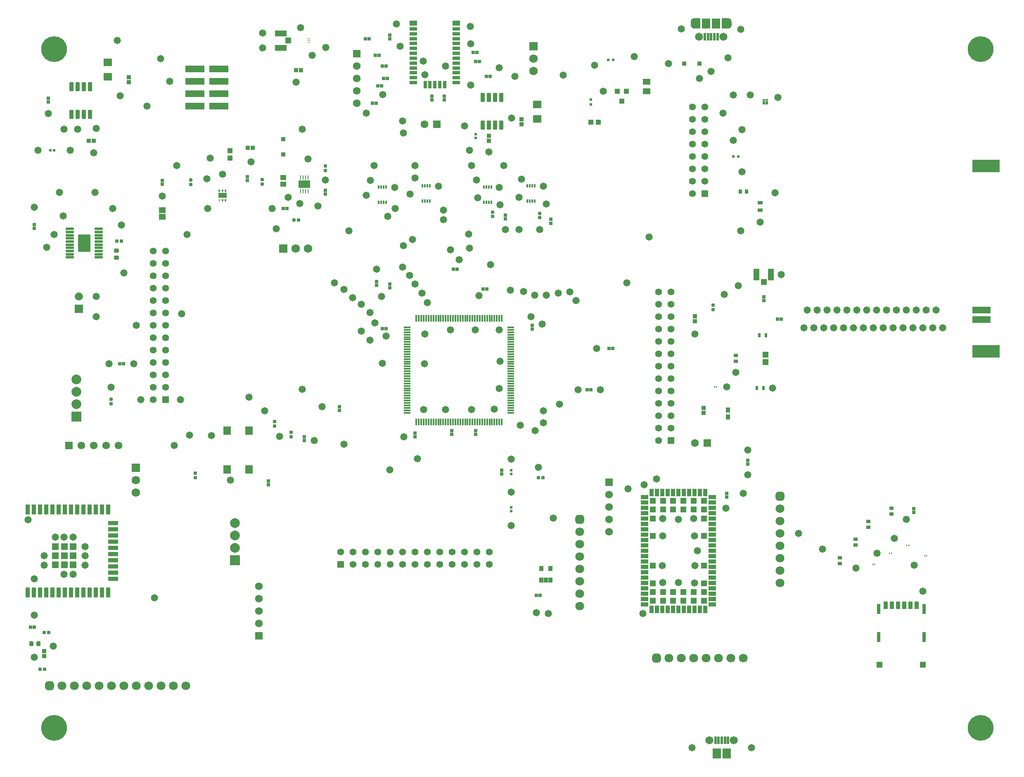
<source format=gbr>
G04*
G04 #@! TF.GenerationSoftware,Altium Limited,Altium Designer,23.9.2 (47)*
G04*
G04 Layer_Color=8388736*
%FSLAX44Y44*%
%MOMM*%
G71*
G04*
G04 #@! TF.SameCoordinates,8F5B2CAB-9582-47EE-AD33-95BA57DA0C1B*
G04*
G04*
G04 #@! TF.FilePolarity,Negative*
G04*
G01*
G75*
%ADD36R,1.5082X1.3061*%
%ADD37R,0.5000X0.6000*%
%ADD38R,1.0000X0.7500*%
%ADD39R,0.7581X0.8121*%
%ADD49R,0.9000X0.7500*%
%ADD53R,0.6000X0.5500*%
%ADD58R,0.9000X0.9500*%
%ADD64R,0.5153X0.4725*%
%ADD65R,0.4725X0.5153*%
%ADD67R,0.6250X0.8500*%
%ADD70R,3.7000X1.4000*%
%ADD71R,5.6000X2.6000*%
%ADD72R,0.9682X1.0065*%
%ADD73R,1.3562X1.1544*%
%ADD74R,0.2925X0.5561*%
G04:AMPARAMS|DCode=75|XSize=0.5561mm|YSize=0.2925mm|CornerRadius=0.1462mm|HoleSize=0mm|Usage=FLASHONLY|Rotation=90.000|XOffset=0mm|YOffset=0mm|HoleType=Round|Shape=RoundedRectangle|*
%AMROUNDEDRECTD75*
21,1,0.5561,0.0000,0,0,90.0*
21,1,0.2636,0.2925,0,0,90.0*
1,1,0.2925,0.0000,0.1318*
1,1,0.2925,0.0000,-0.1318*
1,1,0.2925,0.0000,-0.1318*
1,1,0.2925,0.0000,0.1318*
%
%ADD75ROUNDEDRECTD75*%
%ADD77R,0.3500X1.3500*%
%ADD79R,0.9000X2.0000*%
%ADD80R,2.0000X0.9000*%
%ADD81R,1.3300X1.3300*%
%ADD82R,0.9500X0.9000*%
%ADD85R,1.5000X0.7000*%
%ADD86R,1.5000X1.0000*%
%ADD87R,0.7000X1.5000*%
%ADD90R,1.3500X0.3500*%
%ADD91R,0.2425X0.8810*%
G04:AMPARAMS|DCode=92|XSize=0.881mm|YSize=0.2425mm|CornerRadius=0.1212mm|HoleSize=0mm|Usage=FLASHONLY|Rotation=90.000|XOffset=0mm|YOffset=0mm|HoleType=Round|Shape=RoundedRectangle|*
%AMROUNDEDRECTD92*
21,1,0.8810,0.0000,0,0,90.0*
21,1,0.6385,0.2425,0,0,90.0*
1,1,0.2425,0.0000,0.3193*
1,1,0.2425,0.0000,-0.3193*
1,1,0.2425,0.0000,-0.3193*
1,1,0.2425,0.0000,0.3193*
%
%ADD92ROUNDEDRECTD92*%
%ADD93R,1.2001X1.2000*%
%ADD94R,1.2000X1.2000*%
%ADD95R,1.2000X1.2001*%
%ADD96R,1.2001X1.2001*%
%ADD97R,0.9000X1.6250*%
%ADD98R,0.9000X1.6250*%
%ADD99R,1.6250X0.9000*%
%ADD100R,1.6250X0.9000*%
%ADD101C,0.7032*%
%ADD102R,0.7432X0.7832*%
%ADD103R,0.7532X0.7532*%
G04:AMPARAMS|DCode=104|XSize=2.6032mm|YSize=3.5832mm|CornerRadius=0.1496mm|HoleSize=0mm|Usage=FLASHONLY|Rotation=0.000|XOffset=0mm|YOffset=0mm|HoleType=Round|Shape=RoundedRectangle|*
%AMROUNDEDRECTD104*
21,1,2.6032,3.2840,0,0,0.0*
21,1,2.3040,3.5832,0,0,0.0*
1,1,0.2992,1.1520,-1.6420*
1,1,0.2992,-1.1520,-1.6420*
1,1,0.2992,-1.1520,1.6420*
1,1,0.2992,1.1520,1.6420*
%
%ADD104ROUNDEDRECTD104*%
G04:AMPARAMS|DCode=105|XSize=0.5532mm|YSize=1.6532mm|CornerRadius=0.1524mm|HoleSize=0mm|Usage=FLASHONLY|Rotation=90.000|XOffset=0mm|YOffset=0mm|HoleType=Round|Shape=RoundedRectangle|*
%AMROUNDEDRECTD105*
21,1,0.5532,1.3485,0,0,90.0*
21,1,0.2485,1.6532,0,0,90.0*
1,1,0.3047,0.6743,0.1243*
1,1,0.3047,0.6743,-0.1243*
1,1,0.3047,-0.6743,-0.1243*
1,1,0.3047,-0.6743,0.1243*
%
%ADD105ROUNDEDRECTD105*%
%ADD106R,1.2332X1.2032*%
%ADD107R,0.6832X2.0032*%
%ADD108R,0.8532X1.5032*%
%ADD109R,1.8032X1.6032*%
%ADD110R,1.5032X1.7532*%
%ADD111R,0.6032X1.5532*%
%ADD112R,1.7032X2.1032*%
%ADD113R,0.2400X0.3200*%
%ADD114R,0.6232X0.4232*%
%ADD115R,0.8532X1.1032*%
%ADD116R,0.7832X0.7432*%
%ADD117R,0.7032X0.6532*%
%ADD118R,0.6532X0.7032*%
G04:AMPARAMS|DCode=119|XSize=0.9632mm|YSize=0.8636mm|CornerRadius=0.1842mm|HoleSize=0mm|Usage=FLASHONLY|Rotation=0.000|XOffset=0mm|YOffset=0mm|HoleType=Round|Shape=RoundedRectangle|*
%AMROUNDEDRECTD119*
21,1,0.9632,0.4953,0,0,0.0*
21,1,0.5949,0.8636,0,0,0.0*
1,1,0.3683,0.2975,-0.2477*
1,1,0.3683,-0.2975,-0.2477*
1,1,0.3683,-0.2975,0.2477*
1,1,0.3683,0.2975,0.2477*
%
%ADD119ROUNDEDRECTD119*%
%ADD120R,3.8832X1.4732*%
%ADD121R,1.0032X1.1032*%
%ADD122R,1.0032X1.0032*%
%ADD123R,0.8532X0.8532*%
G04:AMPARAMS|DCode=124|XSize=0.7532mm|YSize=0.7032mm|CornerRadius=0.1641mm|HoleSize=0mm|Usage=FLASHONLY|Rotation=0.000|XOffset=0mm|YOffset=0mm|HoleType=Round|Shape=RoundedRectangle|*
%AMROUNDEDRECTD124*
21,1,0.7532,0.3750,0,0,0.0*
21,1,0.4250,0.7032,0,0,0.0*
1,1,0.3282,0.2125,-0.1875*
1,1,0.3282,-0.2125,-0.1875*
1,1,0.3282,-0.2125,0.1875*
1,1,0.3282,0.2125,0.1875*
%
%ADD124ROUNDEDRECTD124*%
%ADD125R,0.8532X0.8532*%
G04:AMPARAMS|DCode=126|XSize=0.7532mm|YSize=0.7032mm|CornerRadius=0.1641mm|HoleSize=0mm|Usage=FLASHONLY|Rotation=270.000|XOffset=0mm|YOffset=0mm|HoleType=Round|Shape=RoundedRectangle|*
%AMROUNDEDRECTD126*
21,1,0.7532,0.3750,0,0,270.0*
21,1,0.4250,0.7032,0,0,270.0*
1,1,0.3282,-0.1875,-0.2125*
1,1,0.3282,-0.1875,0.2125*
1,1,0.3282,0.1875,0.2125*
1,1,0.3282,0.1875,-0.2125*
%
%ADD126ROUNDEDRECTD126*%
G04:AMPARAMS|DCode=127|XSize=0.9632mm|YSize=0.8636mm|CornerRadius=0.1842mm|HoleSize=0mm|Usage=FLASHONLY|Rotation=90.000|XOffset=0mm|YOffset=0mm|HoleType=Round|Shape=RoundedRectangle|*
%AMROUNDEDRECTD127*
21,1,0.9632,0.4953,0,0,90.0*
21,1,0.5949,0.8636,0,0,90.0*
1,1,0.3683,0.2477,0.2975*
1,1,0.3683,0.2477,-0.2975*
1,1,0.3683,-0.2477,-0.2975*
1,1,0.3683,-0.2477,0.2975*
%
%ADD127ROUNDEDRECTD127*%
G04:AMPARAMS|DCode=128|XSize=0.8532mm|YSize=1.8532mm|CornerRadius=0.1504mm|HoleSize=0mm|Usage=FLASHONLY|Rotation=180.000|XOffset=0mm|YOffset=0mm|HoleType=Round|Shape=RoundedRectangle|*
%AMROUNDEDRECTD128*
21,1,0.8532,1.5525,0,0,180.0*
21,1,0.5525,1.8532,0,0,180.0*
1,1,0.3007,-0.2763,0.7763*
1,1,0.3007,0.2763,0.7763*
1,1,0.3007,0.2763,-0.7763*
1,1,0.3007,-0.2763,-0.7763*
%
%ADD128ROUNDEDRECTD128*%
%ADD129R,0.2500X0.2500*%
%ADD130R,1.2532X2.4032*%
%ADD131R,1.2032X1.2532*%
%ADD132R,1.7000X1.1000*%
%ADD133R,1.0032X1.0032*%
%ADD134R,0.7532X0.7032*%
%ADD135R,0.3000X0.8000*%
%ADD136R,2.4032X1.2532*%
%ADD137R,1.2532X1.2032*%
%ADD138R,0.7032X0.7532*%
%ADD139R,1.1532X1.0032*%
%ADD140R,2.4800X1.6500*%
%ADD141C,1.5700*%
%ADD142R,1.5700X1.5700*%
%ADD143R,1.5700X1.5700*%
%ADD144C,1.6532*%
%ADD145C,1.8032*%
G04:AMPARAMS|DCode=146|XSize=1.8032mm|YSize=1.8032mm|CornerRadius=0.5016mm|HoleSize=0mm|Usage=FLASHONLY|Rotation=0.000|XOffset=0mm|YOffset=0mm|HoleType=Round|Shape=RoundedRectangle|*
%AMROUNDEDRECTD146*
21,1,1.8032,0.8000,0,0,0.0*
21,1,0.8000,1.8032,0,0,0.0*
1,1,1.0032,0.4000,-0.4000*
1,1,1.0032,-0.4000,-0.4000*
1,1,1.0032,-0.4000,0.4000*
1,1,1.0032,0.4000,0.4000*
%
%ADD146ROUNDEDRECTD146*%
G04:AMPARAMS|DCode=147|XSize=1.8032mm|YSize=1.8032mm|CornerRadius=0.5016mm|HoleSize=0mm|Usage=FLASHONLY|Rotation=270.000|XOffset=0mm|YOffset=0mm|HoleType=Round|Shape=RoundedRectangle|*
%AMROUNDEDRECTD147*
21,1,1.8032,0.8000,0,0,270.0*
21,1,0.8000,1.8032,0,0,270.0*
1,1,1.0032,-0.4000,-0.4000*
1,1,1.0032,-0.4000,0.4000*
1,1,1.0032,0.4000,0.4000*
1,1,1.0032,0.4000,-0.4000*
%
%ADD147ROUNDEDRECTD147*%
%ADD148C,5.2832*%
%ADD149C,1.6700*%
%ADD150R,1.6700X1.6700*%
%ADD151R,1.6032X1.6032*%
%ADD152C,1.6032*%
%ADD153R,1.3900X1.3900*%
%ADD154R,1.3890X1.3890*%
%ADD155C,1.3890*%
%ADD156R,1.3900X1.3900*%
%ADD157R,2.0032X2.0032*%
%ADD158C,2.0032*%
%ADD159R,1.7532X1.7532*%
%ADD160C,1.7532*%
%ADD161R,1.7532X1.7532*%
%ADD162C,1.4732*%
%ADD163C,0.7032*%
%ADD164C,1.3900*%
G36*
X2025643Y1775340D02*
X2025773Y1775314D01*
X2025900Y1775271D01*
X2026019Y1775212D01*
X2026130Y1775138D01*
X2026230Y1775050D01*
X2026318Y1774950D01*
X2026392Y1774839D01*
X2026451Y1774720D01*
X2026494Y1774594D01*
X2026519Y1774463D01*
X2026528Y1774330D01*
Y1755330D01*
X2026519Y1755197D01*
X2026494Y1755067D01*
X2026451Y1754940D01*
X2026392Y1754821D01*
X2026318Y1754710D01*
X2026230Y1754610D01*
X2026130Y1754522D01*
X2026019Y1754448D01*
X2025900Y1754389D01*
X2025773Y1754346D01*
X2025643Y1754321D01*
X2025510Y1754312D01*
X2012510D01*
X2012377Y1754321D01*
X2012246Y1754346D01*
X2012120Y1754389D01*
X2012001Y1754448D01*
X2011890Y1754522D01*
X2011790Y1754610D01*
X2011702Y1754710D01*
X2011628Y1754821D01*
X2011569Y1754940D01*
X2011526Y1755067D01*
X2011501Y1755197D01*
X2011492Y1755330D01*
Y1759312D01*
X2007510D01*
X2007377Y1759320D01*
X2007247Y1759346D01*
X2007121Y1759389D01*
X2007062Y1759418D01*
X2007001Y1759448D01*
X2006890Y1759522D01*
X2006790Y1759610D01*
Y1759610D01*
X2006790D01*
X2006702Y1759710D01*
X2006628Y1759821D01*
X2006599Y1759881D01*
X2006570Y1759940D01*
X2006527Y1760066D01*
X2006501Y1760197D01*
X2006492Y1760330D01*
X2006492Y1769330D01*
D01*
Y1769330D01*
X2006501Y1769463D01*
X2006526Y1769594D01*
X2006569Y1769720D01*
X2006598Y1769778D01*
X2006628Y1769839D01*
X2006702Y1769950D01*
X2006790Y1770050D01*
X2006790D01*
Y1770050D01*
X2006890Y1770138D01*
X2007001Y1770212D01*
X2007061Y1770242D01*
X2007120Y1770271D01*
X2007246Y1770314D01*
X2007377Y1770340D01*
X2007510Y1770348D01*
D01*
X2007510D01*
X2011492D01*
Y1774330D01*
X2011501Y1774463D01*
X2011526Y1774594D01*
X2011569Y1774720D01*
X2011628Y1774839D01*
X2011702Y1774950D01*
X2011790Y1775050D01*
X2011890Y1775138D01*
X2012001Y1775212D01*
X2012120Y1775271D01*
X2012246Y1775314D01*
X2012377Y1775340D01*
X2012510Y1775348D01*
X2025510D01*
X2025643Y1775340D01*
D02*
G37*
G36*
X2084643D02*
X2084774Y1775314D01*
X2084900Y1775271D01*
X2085019Y1775212D01*
X2085130Y1775138D01*
X2085230Y1775050D01*
X2085318Y1774950D01*
X2085392Y1774839D01*
X2085451Y1774720D01*
X2085493Y1774594D01*
X2085520Y1774463D01*
X2085528Y1774330D01*
Y1770349D01*
X2089510D01*
X2089643Y1770340D01*
X2089773Y1770314D01*
X2089899Y1770271D01*
X2089958Y1770242D01*
X2090019Y1770212D01*
X2090130Y1770138D01*
X2090230Y1770050D01*
Y1770050D01*
X2090230D01*
X2090318Y1769950D01*
X2090392Y1769839D01*
X2090421Y1769779D01*
X2090450Y1769720D01*
X2090493Y1769594D01*
X2090519Y1769463D01*
X2090528Y1769330D01*
X2090528Y1760330D01*
D01*
Y1760330D01*
X2090520Y1760197D01*
X2090493Y1760067D01*
X2090451Y1759940D01*
X2090422Y1759881D01*
X2090392Y1759821D01*
X2090318Y1759710D01*
X2090230Y1759610D01*
X2090230D01*
Y1759610D01*
X2090130Y1759522D01*
X2090019Y1759448D01*
X2089959Y1759418D01*
X2089900Y1759389D01*
X2089774Y1759346D01*
X2089643Y1759321D01*
X2089510Y1759312D01*
D01*
X2089510D01*
X2085528D01*
Y1755330D01*
X2085520Y1755197D01*
X2085493Y1755067D01*
X2085451Y1754940D01*
X2085392Y1754821D01*
X2085318Y1754710D01*
X2085230Y1754610D01*
X2085130Y1754522D01*
X2085019Y1754448D01*
X2084900Y1754389D01*
X2084774Y1754346D01*
X2084643Y1754321D01*
X2084510Y1754312D01*
X2071510D01*
X2071377Y1754321D01*
X2071246Y1754346D01*
X2071120Y1754389D01*
X2071001Y1754448D01*
X2070890Y1754522D01*
X2070790Y1754610D01*
X2070702Y1754710D01*
X2070628Y1754821D01*
X2070569Y1754940D01*
X2070526Y1755067D01*
X2070500Y1755197D01*
X2070492Y1755330D01*
Y1774330D01*
X2070500Y1774463D01*
X2070526Y1774594D01*
X2070569Y1774720D01*
X2070628Y1774839D01*
X2070702Y1774950D01*
X2070790Y1775050D01*
X2070890Y1775138D01*
X2071001Y1775212D01*
X2071120Y1775271D01*
X2071246Y1775314D01*
X2071377Y1775340D01*
X2071510Y1775348D01*
X2084510D01*
X2084643Y1775340D01*
D02*
G37*
D36*
X1916430Y1625999D02*
D03*
Y1645521D02*
D03*
D37*
X2104310Y1492250D02*
D03*
X2094310D02*
D03*
X1837770Y1690370D02*
D03*
X1847770D02*
D03*
D38*
X2148840Y1382000D02*
D03*
Y1397000D02*
D03*
D39*
X2108280Y1419860D02*
D03*
X2120820D02*
D03*
D49*
X2344420Y707040D02*
D03*
Y695040D02*
D03*
X2418080Y770540D02*
D03*
Y758540D02*
D03*
X2312670Y668940D02*
D03*
Y656940D02*
D03*
X2371090Y743870D02*
D03*
Y731870D02*
D03*
X2099310Y1084230D02*
D03*
Y1072230D02*
D03*
D53*
X1802130Y1598760D02*
D03*
Y1609260D02*
D03*
D58*
X1993390Y1682750D02*
D03*
X2024890D02*
D03*
D64*
X693444Y1504950D02*
D03*
X701016D02*
D03*
D65*
X1565910Y1537946D02*
D03*
Y1530374D02*
D03*
X1638300Y764564D02*
D03*
Y772136D02*
D03*
Y848336D02*
D03*
Y840764D02*
D03*
D67*
X2147295Y1125220D02*
D03*
X2160545D02*
D03*
X2155465Y1017270D02*
D03*
X2142215D02*
D03*
D70*
X2602890Y1157200D02*
D03*
Y1177200D02*
D03*
D71*
X2612390Y1092200D02*
D03*
Y1472200D02*
D03*
D72*
X2082800Y972459D02*
D03*
Y957941D02*
D03*
D73*
X923290Y1368651D02*
D03*
Y1382169D02*
D03*
D74*
X1039980Y1402460D02*
D03*
D75*
X1046480D02*
D03*
X1052980D02*
D03*
Y1422021D02*
D03*
X1046480D02*
D03*
X1039980D02*
D03*
D77*
X1589120Y1160350D02*
D03*
X1444120D02*
D03*
X1449120D02*
D03*
X1454120D02*
D03*
X1459120D02*
D03*
X1464120D02*
D03*
X1469120D02*
D03*
X1474120D02*
D03*
X1479120D02*
D03*
X1484120D02*
D03*
X1489120D02*
D03*
X1494120D02*
D03*
X1499120D02*
D03*
X1504120D02*
D03*
X1509120D02*
D03*
X1514120D02*
D03*
X1519120D02*
D03*
X1524120D02*
D03*
X1529120D02*
D03*
X1534120D02*
D03*
X1539120D02*
D03*
X1544120D02*
D03*
X1549120D02*
D03*
X1554120D02*
D03*
X1559120D02*
D03*
X1564120D02*
D03*
X1569120D02*
D03*
X1574120D02*
D03*
X1579120D02*
D03*
X1584120D02*
D03*
X1594120D02*
D03*
X1599120D02*
D03*
X1604120D02*
D03*
X1609120D02*
D03*
X1614120D02*
D03*
X1619120D02*
D03*
Y947850D02*
D03*
X1614120D02*
D03*
X1609120D02*
D03*
X1604120D02*
D03*
X1599120D02*
D03*
X1594120D02*
D03*
X1589120D02*
D03*
X1584120D02*
D03*
X1579120D02*
D03*
X1574120D02*
D03*
X1569120D02*
D03*
X1564120D02*
D03*
X1559120D02*
D03*
X1554120D02*
D03*
X1549120D02*
D03*
X1544120D02*
D03*
X1539120D02*
D03*
X1534120D02*
D03*
X1529120D02*
D03*
X1524120D02*
D03*
X1519120D02*
D03*
X1514120D02*
D03*
X1509120D02*
D03*
X1504120D02*
D03*
X1499120D02*
D03*
X1494120D02*
D03*
X1489120D02*
D03*
X1484120D02*
D03*
X1479120D02*
D03*
X1474120D02*
D03*
X1469120D02*
D03*
X1464120D02*
D03*
X1459120D02*
D03*
X1454120D02*
D03*
X1449120D02*
D03*
X1444120D02*
D03*
D79*
X647170Y598260D02*
D03*
X659870D02*
D03*
X672570D02*
D03*
X685270D02*
D03*
X697970D02*
D03*
X710670D02*
D03*
X723370D02*
D03*
X736070D02*
D03*
X748770D02*
D03*
X761470D02*
D03*
X774170D02*
D03*
X786870D02*
D03*
X799570D02*
D03*
X812270D02*
D03*
Y768260D02*
D03*
X799570D02*
D03*
X786870D02*
D03*
X774170D02*
D03*
X761470D02*
D03*
X748770D02*
D03*
X736070D02*
D03*
X723370D02*
D03*
X710670D02*
D03*
X697970D02*
D03*
X685270D02*
D03*
X672570D02*
D03*
X659870D02*
D03*
X647170D02*
D03*
D80*
X822270Y626110D02*
D03*
Y638810D02*
D03*
Y651510D02*
D03*
Y664210D02*
D03*
Y676910D02*
D03*
Y689610D02*
D03*
Y702310D02*
D03*
Y715010D02*
D03*
Y727710D02*
D03*
Y740410D02*
D03*
D81*
X703820Y654910D02*
D03*
Y673260D02*
D03*
Y691610D02*
D03*
X722170Y654910D02*
D03*
Y673260D02*
D03*
Y691610D02*
D03*
X740520Y654910D02*
D03*
Y673260D02*
D03*
Y691610D02*
D03*
D82*
X1170940Y1496060D02*
D03*
Y1527560D02*
D03*
D85*
X1526090Y1643610D02*
D03*
Y1653610D02*
D03*
Y1663610D02*
D03*
Y1673610D02*
D03*
Y1683610D02*
D03*
Y1693610D02*
D03*
Y1703610D02*
D03*
Y1713610D02*
D03*
Y1723610D02*
D03*
Y1733610D02*
D03*
Y1743610D02*
D03*
Y1753610D02*
D03*
X1438090D02*
D03*
Y1743610D02*
D03*
Y1733610D02*
D03*
Y1723610D02*
D03*
Y1713610D02*
D03*
Y1703610D02*
D03*
Y1693610D02*
D03*
Y1683610D02*
D03*
Y1673610D02*
D03*
Y1663610D02*
D03*
Y1653610D02*
D03*
Y1643610D02*
D03*
D86*
X1526090Y1765110D02*
D03*
X1438090D02*
D03*
D87*
X1462090Y1639610D02*
D03*
X1472090D02*
D03*
X1482090D02*
D03*
X1492090D02*
D03*
X1502090D02*
D03*
D90*
X1637870Y1141600D02*
D03*
Y1136600D02*
D03*
Y1131600D02*
D03*
Y1126600D02*
D03*
Y1121600D02*
D03*
Y1116600D02*
D03*
Y1111600D02*
D03*
Y1106600D02*
D03*
Y1101600D02*
D03*
Y1096600D02*
D03*
Y1091600D02*
D03*
Y1086600D02*
D03*
Y1081600D02*
D03*
Y1076600D02*
D03*
Y1071600D02*
D03*
Y1066600D02*
D03*
Y1061600D02*
D03*
Y1056600D02*
D03*
Y1051600D02*
D03*
Y1046600D02*
D03*
Y1041600D02*
D03*
Y1036600D02*
D03*
Y1031600D02*
D03*
Y1026600D02*
D03*
Y1021600D02*
D03*
Y1016600D02*
D03*
Y1011600D02*
D03*
Y1006600D02*
D03*
Y1001600D02*
D03*
Y996600D02*
D03*
Y991600D02*
D03*
Y986600D02*
D03*
Y981600D02*
D03*
Y976600D02*
D03*
Y971600D02*
D03*
Y966600D02*
D03*
X1425370D02*
D03*
Y971600D02*
D03*
Y976600D02*
D03*
Y981600D02*
D03*
Y986600D02*
D03*
Y991600D02*
D03*
Y996600D02*
D03*
Y1001600D02*
D03*
Y1006600D02*
D03*
Y1011600D02*
D03*
Y1016600D02*
D03*
Y1021600D02*
D03*
Y1026600D02*
D03*
Y1031600D02*
D03*
Y1036600D02*
D03*
Y1041600D02*
D03*
Y1046600D02*
D03*
Y1051600D02*
D03*
Y1056600D02*
D03*
Y1061600D02*
D03*
Y1066600D02*
D03*
Y1071600D02*
D03*
Y1076600D02*
D03*
Y1081600D02*
D03*
Y1086600D02*
D03*
Y1091600D02*
D03*
Y1096600D02*
D03*
Y1101600D02*
D03*
Y1106600D02*
D03*
Y1111600D02*
D03*
Y1116600D02*
D03*
Y1121600D02*
D03*
Y1126600D02*
D03*
Y1131600D02*
D03*
Y1136600D02*
D03*
Y1141600D02*
D03*
D91*
X1206620Y1420945D02*
D03*
D92*
X1211620D02*
D03*
X1216620D02*
D03*
X1221620D02*
D03*
Y1449255D02*
D03*
X1216620D02*
D03*
X1211620D02*
D03*
X1206620D02*
D03*
D93*
X2033700Y749760D02*
D03*
Y713760D02*
D03*
Y652760D02*
D03*
Y785760D02*
D03*
Y767760D02*
D03*
Y598760D02*
D03*
Y580760D02*
D03*
D94*
X1928700Y749760D02*
D03*
Y713760D02*
D03*
Y652760D02*
D03*
X2012700Y785760D02*
D03*
X1991700D02*
D03*
X1970700D02*
D03*
X1949700D02*
D03*
X1928700D02*
D03*
X2012700Y767760D02*
D03*
X1991700D02*
D03*
X1970700D02*
D03*
X1949700D02*
D03*
X1928700D02*
D03*
X2012700Y598760D02*
D03*
X1991700D02*
D03*
X1970700D02*
D03*
X1949700D02*
D03*
X1928700D02*
D03*
X2012700Y580760D02*
D03*
X1991700D02*
D03*
X1970700D02*
D03*
X1949700D02*
D03*
X1928700D02*
D03*
D95*
Y616760D02*
D03*
D96*
X2033700D02*
D03*
D97*
X2036200Y563635D02*
D03*
X2014200D02*
D03*
X1992200D02*
D03*
X1970200D02*
D03*
X1948200D02*
D03*
X1926200D02*
D03*
X2036200Y802885D02*
D03*
X2014200D02*
D03*
X1992200D02*
D03*
X1970200D02*
D03*
X1948200D02*
D03*
X1926200D02*
D03*
D98*
X2025200Y563635D02*
D03*
X2003200D02*
D03*
X1981200D02*
D03*
X1959200D02*
D03*
X1937200D02*
D03*
X2025200Y802885D02*
D03*
X2003200D02*
D03*
X1981200D02*
D03*
X1959200D02*
D03*
X1937200D02*
D03*
D99*
X2050825Y793260D02*
D03*
Y771260D02*
D03*
Y749260D02*
D03*
Y738260D02*
D03*
Y716260D02*
D03*
Y694260D02*
D03*
Y672260D02*
D03*
Y650260D02*
D03*
Y628260D02*
D03*
Y617260D02*
D03*
Y595260D02*
D03*
Y573260D02*
D03*
X1911575D02*
D03*
Y595260D02*
D03*
Y617260D02*
D03*
Y628260D02*
D03*
Y650260D02*
D03*
Y672260D02*
D03*
Y694260D02*
D03*
Y716260D02*
D03*
Y738260D02*
D03*
Y749260D02*
D03*
Y771260D02*
D03*
Y793260D02*
D03*
D100*
X2050825Y782260D02*
D03*
Y760260D02*
D03*
Y727260D02*
D03*
Y705260D02*
D03*
Y683260D02*
D03*
Y661260D02*
D03*
Y639260D02*
D03*
Y606260D02*
D03*
Y584260D02*
D03*
X1911575D02*
D03*
Y606260D02*
D03*
Y639260D02*
D03*
Y661260D02*
D03*
Y683260D02*
D03*
Y705260D02*
D03*
Y727260D02*
D03*
Y760260D02*
D03*
Y782260D02*
D03*
D101*
X2087010Y1760330D02*
G03*
X2083510Y1762621I-2500J0D01*
G01*
Y1758039D02*
G03*
X2087010Y1760330I1000J2291D01*
G01*
X2083510Y1762621D02*
G03*
X2083510Y1758039I1000J-2291D01*
G01*
X2015010Y1769330D02*
G03*
X2015010Y1769330I-2500J0D01*
G01*
X2087010Y1769330D02*
G03*
X2087010Y1769330I-2500J0D01*
G01*
X2015010Y1760330D02*
G03*
X2013510Y1762621I-2500J0D01*
G01*
D02*
G03*
X2013510Y1758039I-1000J-2291D01*
G01*
D02*
G03*
X2015010Y1760330I-1000J2291D01*
G01*
D102*
X660400Y1344840D02*
D03*
Y1352640D02*
D03*
X2463800Y762100D02*
D03*
Y769900D02*
D03*
X2080260Y801460D02*
D03*
Y793660D02*
D03*
X1719580Y1362990D02*
D03*
Y1355190D02*
D03*
X1626870Y1371690D02*
D03*
Y1363890D02*
D03*
X1257300Y1422490D02*
D03*
Y1414690D02*
D03*
X1140460Y826860D02*
D03*
Y819060D02*
D03*
X923290Y1442810D02*
D03*
Y1435010D02*
D03*
X1097280Y1442630D02*
D03*
Y1450430D02*
D03*
X1441450Y916940D02*
D03*
Y924740D02*
D03*
X1516380Y921840D02*
D03*
Y929640D02*
D03*
X1565910Y921840D02*
D03*
Y929640D02*
D03*
X1619250Y848540D02*
D03*
Y840740D02*
D03*
X1681480Y1137830D02*
D03*
Y1145630D02*
D03*
X1389380Y1223010D02*
D03*
Y1230810D02*
D03*
X1362710Y1228090D02*
D03*
Y1235890D02*
D03*
X1214120Y909230D02*
D03*
Y917030D02*
D03*
X1286510Y979260D02*
D03*
Y971460D02*
D03*
X689610Y1603830D02*
D03*
Y1611630D02*
D03*
D103*
X838890Y1318260D02*
D03*
X829890D02*
D03*
D104*
X763270Y1314450D02*
D03*
D105*
X793020Y1285200D02*
D03*
Y1291700D02*
D03*
Y1298200D02*
D03*
Y1304700D02*
D03*
Y1311200D02*
D03*
Y1317700D02*
D03*
Y1324200D02*
D03*
Y1330700D02*
D03*
Y1337200D02*
D03*
Y1343700D02*
D03*
X733520Y1285200D02*
D03*
Y1291700D02*
D03*
Y1298200D02*
D03*
Y1304700D02*
D03*
Y1311200D02*
D03*
Y1317700D02*
D03*
Y1324200D02*
D03*
Y1330700D02*
D03*
Y1337200D02*
D03*
Y1343700D02*
D03*
D106*
X2393700Y449600D02*
D03*
X2483000D02*
D03*
D107*
X2391650Y506800D02*
D03*
Y564300D02*
D03*
X2484950D02*
D03*
Y506800D02*
D03*
D108*
X2470150Y571500D02*
D03*
X2432050D02*
D03*
X2406650D02*
D03*
X2457450D02*
D03*
X2444750D02*
D03*
X2419350D02*
D03*
D109*
X811530Y1655050D02*
D03*
Y1685050D02*
D03*
X1691640Y1568690D02*
D03*
Y1598690D02*
D03*
D110*
X1055730Y850520D02*
D03*
X1100730D02*
D03*
X1055730Y930020D02*
D03*
X1100730D02*
D03*
D111*
X2057260Y294970D02*
D03*
X2063760D02*
D03*
X2070260D02*
D03*
X2076760D02*
D03*
X2083260D02*
D03*
X2035510Y1737830D02*
D03*
X2042010D02*
D03*
X2048510D02*
D03*
X2055010D02*
D03*
X2061510D02*
D03*
D112*
X2060260Y267970D02*
D03*
X2080260D02*
D03*
X2038510Y1764830D02*
D03*
X2058510D02*
D03*
D113*
X2490460Y673100D02*
D03*
X2486660D02*
D03*
X2379990Y655320D02*
D03*
X2383790D02*
D03*
X2418070Y678180D02*
D03*
X2414270D02*
D03*
X2453630Y694690D02*
D03*
X2449830D02*
D03*
X2055500Y1019810D02*
D03*
X2059300D02*
D03*
D114*
X2162960Y1600200D02*
D03*
Y1604200D02*
D03*
Y1608200D02*
D03*
X2156460Y1600200D02*
D03*
Y1604200D02*
D03*
Y1608200D02*
D03*
D115*
X1699920Y647000D02*
D03*
X1718920D02*
D03*
Y623000D02*
D03*
X1709420D02*
D03*
X1699920D02*
D03*
D116*
X1690280Y591820D02*
D03*
X1698080D02*
D03*
X652690Y527050D02*
D03*
X660490D02*
D03*
X1170850Y1385570D02*
D03*
X1178650D02*
D03*
X1588860Y1220470D02*
D03*
X1581060D02*
D03*
X1374050Y1139190D02*
D03*
X1381850D02*
D03*
X1802220Y1013460D02*
D03*
X1794420D02*
D03*
X1838870Y1098550D02*
D03*
X1846670D02*
D03*
X1520100Y1261110D02*
D03*
X1527900D02*
D03*
D117*
X835660Y1066800D02*
D03*
X843160D02*
D03*
X2184460Y1158240D02*
D03*
X2191960D02*
D03*
X1339850Y1733550D02*
D03*
X1347350D02*
D03*
D118*
X2123440Y861120D02*
D03*
Y868620D02*
D03*
X2156460Y1203900D02*
D03*
Y1196400D02*
D03*
X1389380Y1741050D02*
D03*
Y1733550D02*
D03*
D119*
X829310Y1284590D02*
D03*
Y1298590D02*
D03*
D120*
X989980Y1671320D02*
D03*
Y1645920D02*
D03*
Y1620520D02*
D03*
Y1595120D02*
D03*
X1039480D02*
D03*
Y1671320D02*
D03*
Y1645920D02*
D03*
Y1620520D02*
D03*
D121*
X1875130Y1625440D02*
D03*
X1856130D02*
D03*
X1865630Y1605440D02*
D03*
D122*
X1817250Y1562100D02*
D03*
X1802250D02*
D03*
D123*
X2015490Y1154590D02*
D03*
Y1164590D02*
D03*
X2033270Y976550D02*
D03*
Y966550D02*
D03*
X1592580Y1534080D02*
D03*
Y1524080D02*
D03*
X1659890Y1568370D02*
D03*
Y1558370D02*
D03*
X680720Y467440D02*
D03*
Y477440D02*
D03*
X854710Y1654730D02*
D03*
Y1644730D02*
D03*
D124*
X2052320Y1177870D02*
D03*
Y1186870D02*
D03*
X981710Y1443410D02*
D03*
Y1434410D02*
D03*
X1127760Y1444680D02*
D03*
Y1435680D02*
D03*
X990600Y842700D02*
D03*
Y833700D02*
D03*
X817880Y993830D02*
D03*
Y984830D02*
D03*
X1187450Y926520D02*
D03*
Y917520D02*
D03*
X1153160Y939110D02*
D03*
Y948110D02*
D03*
X1257300Y1472620D02*
D03*
Y1463620D02*
D03*
X1600200Y1369060D02*
D03*
Y1378060D02*
D03*
X1696720Y1375520D02*
D03*
Y1366520D02*
D03*
D125*
X1197690Y1668780D02*
D03*
X1207690D02*
D03*
X772240Y1524000D02*
D03*
X782240D02*
D03*
X1098630Y1510030D02*
D03*
X1108630D02*
D03*
D126*
X672410Y440690D02*
D03*
X681410D02*
D03*
X1694760Y833120D02*
D03*
X1703760D02*
D03*
X690300Y515620D02*
D03*
X681300D02*
D03*
X1202110Y1361440D02*
D03*
X1193110D02*
D03*
D127*
X654670Y492760D02*
D03*
X668670D02*
D03*
D128*
X1617980Y1613210D02*
D03*
X1605280D02*
D03*
X1592580D02*
D03*
X1579880D02*
D03*
X1617980Y1556710D02*
D03*
X1605280D02*
D03*
X1592580D02*
D03*
X1579880D02*
D03*
X736600Y1578300D02*
D03*
X749300D02*
D03*
X762000D02*
D03*
X774700D02*
D03*
X736600Y1634800D02*
D03*
X749300D02*
D03*
X762000D02*
D03*
X774700D02*
D03*
D129*
X1221550Y1725550D02*
D03*
Y1729550D02*
D03*
Y1733550D02*
D03*
X1225550D02*
D03*
Y1729550D02*
D03*
Y1725550D02*
D03*
D130*
X2141710Y1249680D02*
D03*
X2171210D02*
D03*
D131*
X2156460Y1234430D02*
D03*
X2160270Y1085730D02*
D03*
Y1070730D02*
D03*
D132*
X1046480Y1412240D02*
D03*
D133*
X1061720Y1503560D02*
D03*
Y1488560D02*
D03*
D134*
X1360170Y1699260D02*
D03*
X1374140Y1677670D02*
D03*
X1381640D02*
D03*
X1568390Y1705610D02*
D03*
X1560890D02*
D03*
X1367670Y1699260D02*
D03*
X1353820Y1601470D02*
D03*
X1361320D02*
D03*
X1573410Y1686560D02*
D03*
X1565910D02*
D03*
X1595000Y1656080D02*
D03*
X1587500D02*
D03*
X1365250Y1637030D02*
D03*
X1372750D02*
D03*
X1376680Y1652270D02*
D03*
X1384180D02*
D03*
D135*
X1376640Y1429010D02*
D03*
X1681440Y1431550D02*
D03*
X1592540Y1429010D02*
D03*
X1466810Y1431550D02*
D03*
X1456810Y1400550D02*
D03*
X1461810D02*
D03*
X1466810D02*
D03*
X1471810D02*
D03*
Y1431550D02*
D03*
X1461810D02*
D03*
X1456810D02*
D03*
X1582540Y1429010D02*
D03*
X1587540D02*
D03*
X1597540D02*
D03*
Y1398010D02*
D03*
X1592540D02*
D03*
X1587540D02*
D03*
X1582540D02*
D03*
X1671440Y1400550D02*
D03*
X1676440D02*
D03*
X1681440D02*
D03*
X1686440D02*
D03*
Y1431550D02*
D03*
X1676440D02*
D03*
X1671440D02*
D03*
X1366640Y1398010D02*
D03*
X1371640D02*
D03*
X1376640D02*
D03*
X1381640D02*
D03*
Y1429010D02*
D03*
X1371640D02*
D03*
X1366640D02*
D03*
D136*
X1165850Y1714990D02*
D03*
Y1744490D02*
D03*
D137*
X1181100Y1729740D02*
D03*
D138*
X1501140Y1607820D02*
D03*
Y1615320D02*
D03*
X1475740Y1607940D02*
D03*
Y1615440D02*
D03*
D139*
X1170940Y1449070D02*
D03*
Y1435570D02*
D03*
D140*
X1214120Y1435100D02*
D03*
D141*
X1838960Y722630D02*
D03*
Y748030D02*
D03*
Y773430D02*
D03*
Y798830D02*
D03*
X1322070Y1601470D02*
D03*
Y1626870D02*
D03*
Y1652270D02*
D03*
Y1677670D02*
D03*
X833120Y899160D02*
D03*
X807720D02*
D03*
X782320D02*
D03*
X756920D02*
D03*
X1121410Y610870D02*
D03*
Y585470D02*
D03*
Y560070D02*
D03*
Y534670D02*
D03*
D142*
X1838960Y824230D02*
D03*
X1322070Y1703070D02*
D03*
X1121410Y509270D02*
D03*
D143*
X731520Y899160D02*
D03*
D144*
X2095260Y294970D02*
D03*
X2045260D02*
D03*
X2073510Y1737830D02*
D03*
X2023510D02*
D03*
D145*
X971550Y406400D02*
D03*
X946150D02*
D03*
X920750D02*
D03*
X869950D02*
D03*
X844550D02*
D03*
X793750D02*
D03*
X742950D02*
D03*
X717550D02*
D03*
X768350D02*
D03*
X819150D02*
D03*
X895350D02*
D03*
X2189480Y668020D02*
D03*
Y718820D02*
D03*
Y769620D02*
D03*
Y744220D02*
D03*
Y693420D02*
D03*
Y642620D02*
D03*
Y617220D02*
D03*
X2063750Y463550D02*
D03*
X2012950D02*
D03*
X1962150D02*
D03*
X1987550D02*
D03*
X2038350D02*
D03*
X2089150D02*
D03*
X2114550D02*
D03*
X1779270Y621030D02*
D03*
Y671830D02*
D03*
Y722630D02*
D03*
Y697230D02*
D03*
Y646430D02*
D03*
Y595630D02*
D03*
Y570230D02*
D03*
D146*
X692150Y406400D02*
D03*
X1936750Y463550D02*
D03*
D147*
X2189480Y795020D02*
D03*
X1779270Y748030D02*
D03*
D148*
X2600960Y1711960D02*
D03*
Y320040D02*
D03*
X701040D02*
D03*
Y1711960D02*
D03*
D149*
X751840Y1205230D02*
D03*
D150*
Y1179830D02*
D03*
D151*
X2040890Y904240D02*
D03*
X1485900Y1558290D02*
D03*
D152*
X2015490Y904240D02*
D03*
X1460500Y1558290D02*
D03*
D153*
X929660Y993140D02*
D03*
X1965980Y909320D02*
D03*
D154*
X2035810Y1416050D02*
D03*
D155*
Y1441450D02*
D03*
Y1466850D02*
D03*
Y1492250D02*
D03*
Y1517650D02*
D03*
Y1543050D02*
D03*
Y1568450D02*
D03*
Y1593850D02*
D03*
X2010410Y1416050D02*
D03*
Y1441450D02*
D03*
Y1466850D02*
D03*
Y1492250D02*
D03*
Y1517650D02*
D03*
Y1543050D02*
D03*
Y1568450D02*
D03*
Y1593850D02*
D03*
D156*
X1289050Y655300D02*
D03*
D157*
X746760Y958850D02*
D03*
X1071880Y664210D02*
D03*
D158*
X746760Y984250D02*
D03*
Y1009650D02*
D03*
Y1035050D02*
D03*
X1071880Y740410D02*
D03*
Y715010D02*
D03*
Y689610D02*
D03*
D159*
X868680Y853440D02*
D03*
X1684020Y1718310D02*
D03*
D160*
X868680Y828040D02*
D03*
Y802640D02*
D03*
X1684020Y1667510D02*
D03*
Y1692910D02*
D03*
X1221740Y1303020D02*
D03*
X1196340D02*
D03*
D161*
X1170940D02*
D03*
D162*
X821055Y1385570D02*
D03*
X844550Y1253490D02*
D03*
X660400Y1388110D02*
D03*
X685800Y1305560D02*
D03*
X720090Y1370330D02*
D03*
X701040Y1332230D02*
D03*
X839470Y1351280D02*
D03*
X1891030Y1696720D02*
D03*
X2179320Y1417320D02*
D03*
X2109470Y1339850D02*
D03*
X2094230Y1525270D02*
D03*
X2112010Y1460500D02*
D03*
X2148840Y1357630D02*
D03*
X2482850Y600710D02*
D03*
X830580Y1729740D02*
D03*
X2345690Y647700D02*
D03*
X2388870Y678180D02*
D03*
X2277110Y687070D02*
D03*
X1714500Y554990D02*
D03*
X1690370Y556260D02*
D03*
X1875790Y1233170D02*
D03*
X1921510Y1327150D02*
D03*
X1734820Y1211580D02*
D03*
X1758950Y1214120D02*
D03*
X1771650Y1196340D02*
D03*
X1596390Y1270000D02*
D03*
X1572260Y1206500D02*
D03*
X1531620Y1280160D02*
D03*
X1553210Y1304290D02*
D03*
X1678940Y1163320D02*
D03*
X864870Y1066800D02*
D03*
X814070D02*
D03*
X2131060Y279400D02*
D03*
X2009140D02*
D03*
X2109470Y1752600D02*
D03*
X1554480Y1758950D02*
D03*
X2123440Y839470D02*
D03*
Y890270D02*
D03*
X787400Y1205230D02*
D03*
X1960880Y1682750D02*
D03*
X1809750Y1678940D02*
D03*
X1827530Y1625600D02*
D03*
X1744980Y1658620D02*
D03*
X2082800Y1694180D02*
D03*
X2185670Y1612900D02*
D03*
X2112010Y1546860D02*
D03*
X2072640Y1581150D02*
D03*
X2128520Y1617980D02*
D03*
X2094230D02*
D03*
X2015490Y1127760D02*
D03*
X2075180Y1209040D02*
D03*
X2104390Y1226820D02*
D03*
X782320Y1499870D02*
D03*
X734060Y1504950D02*
D03*
X721360Y1548130D02*
D03*
X749300D02*
D03*
X919480Y1692910D02*
D03*
X891540Y1595120D02*
D03*
X712470Y1418590D02*
D03*
X787400Y1163320D02*
D03*
X938530Y1645920D02*
D03*
X784860Y1418590D02*
D03*
X836930Y1616710D02*
D03*
X2048510Y1666240D02*
D03*
X2024380Y1652270D02*
D03*
X2424430Y708660D02*
D03*
X2227580Y718820D02*
D03*
X1062990Y828040D02*
D03*
X1023620Y919480D02*
D03*
X947420Y899160D02*
D03*
X906780Y586740D02*
D03*
X1101090Y998220D02*
D03*
X979170Y920750D02*
D03*
X960120Y993140D02*
D03*
X1389380Y849630D02*
D03*
X817880Y1018540D02*
D03*
X1564640Y1136650D02*
D03*
X1197610Y1644650D02*
D03*
X2239010Y1140460D02*
D03*
X2259330D02*
D03*
X2279650D02*
D03*
X2299970D02*
D03*
X2320290D02*
D03*
X2340610D02*
D03*
X2360930D02*
D03*
X2381250D02*
D03*
X2401570D02*
D03*
X2421890D02*
D03*
X2442210D02*
D03*
X2462530D02*
D03*
X2482850D02*
D03*
X2503170D02*
D03*
X2523490D02*
D03*
X2509520Y1177290D02*
D03*
X2489200D02*
D03*
X2468880D02*
D03*
X2448560D02*
D03*
X2428240D02*
D03*
X2407920D02*
D03*
X2387600D02*
D03*
X2367280D02*
D03*
X2346960D02*
D03*
X2326640D02*
D03*
X2306320D02*
D03*
X2286000D02*
D03*
X2265680D02*
D03*
X2245360D02*
D03*
X2114550Y801370D02*
D03*
X1230630Y1699260D02*
D03*
X1206500Y1756410D02*
D03*
X1592580Y1501140D02*
D03*
X1639570Y1570990D02*
D03*
X1543050Y1554480D02*
D03*
X1221740Y1487170D02*
D03*
X1129020Y1745470D02*
D03*
X1258570Y1715770D02*
D03*
X1557020Y1473200D02*
D03*
X1623060D02*
D03*
X1441450D02*
D03*
X1357630D02*
D03*
X1350010Y1442720D02*
D03*
X1553210Y1504950D02*
D03*
X1210310Y1548130D02*
D03*
X1417320Y1540510D02*
D03*
X1341120Y1581150D02*
D03*
X1416050Y1564640D02*
D03*
X1410970Y1718310D02*
D03*
X1403350Y1764030D02*
D03*
X660400Y551180D02*
D03*
Y464820D02*
D03*
X699770Y487680D02*
D03*
X974090Y1332230D02*
D03*
X923290Y1410970D02*
D03*
X952500Y1473200D02*
D03*
X1016000Y1385570D02*
D03*
X787400Y1549400D02*
D03*
X1645920Y1656080D02*
D03*
X1234440Y909320D02*
D03*
X1163320Y918210D02*
D03*
X1132840Y970280D02*
D03*
X1250950Y979170D02*
D03*
X878840Y993140D02*
D03*
X1638300Y735330D02*
D03*
X2192020Y1249680D02*
D03*
X2099310Y1049020D02*
D03*
X2174240Y1017270D02*
D03*
X2080260Y1019810D02*
D03*
X1210310Y1014730D02*
D03*
X1295400Y901700D02*
D03*
X1446530Y872490D02*
D03*
X1305560Y1339850D02*
D03*
X1014730Y1446530D02*
D03*
X1046480Y1455420D02*
D03*
X1104900Y1480820D02*
D03*
X1156970Y1343660D02*
D03*
X1242060Y1390650D02*
D03*
X1021080Y1488440D02*
D03*
X689610Y1579880D02*
D03*
X668020Y1504950D02*
D03*
X1148080Y1385570D02*
D03*
X1257300Y1443990D02*
D03*
X869950Y1145540D02*
D03*
X962660Y1169670D02*
D03*
X1821180Y1013460D02*
D03*
X1813560Y1098550D02*
D03*
X1775460Y1013460D02*
D03*
X1615440Y1071880D02*
D03*
X1614170Y1016000D02*
D03*
X1657350Y941070D02*
D03*
X1687830Y929640D02*
D03*
X1737360Y984250D02*
D03*
X1704340Y946150D02*
D03*
Y970280D02*
D03*
X1724660Y750570D02*
D03*
X1638300Y871220D02*
D03*
Y803910D02*
D03*
X1348740Y1172210D02*
D03*
X1330960Y1188720D02*
D03*
X1313180Y1202690D02*
D03*
X1295400Y1219200D02*
D03*
X1276350Y1233170D02*
D03*
X1381760Y1123950D02*
D03*
X1348740Y1115060D02*
D03*
X1330960Y1134110D02*
D03*
X1374140Y1068070D02*
D03*
X1551283Y1332843D02*
D03*
X1654810Y1342390D02*
D03*
X1436370Y1322070D02*
D03*
X1417320Y1309370D02*
D03*
X1385570Y1369060D02*
D03*
X1499870Y1381760D02*
D03*
Y1362710D02*
D03*
X1416050Y1264920D02*
D03*
X1430020Y1248410D02*
D03*
X1441450Y1230630D02*
D03*
X1455420Y1211580D02*
D03*
X1466850Y1192530D02*
D03*
X1513840Y1300480D02*
D03*
Y1136650D02*
D03*
X1637030Y1217930D02*
D03*
X1663700Y1215390D02*
D03*
X1686560Y1207770D02*
D03*
X1710690D02*
D03*
X1626870Y1342390D02*
D03*
X1701800Y1148080D02*
D03*
X1654810Y1408430D02*
D03*
X1372870Y1205230D02*
D03*
X1362710Y1261110D02*
D03*
X1460500Y1066800D02*
D03*
X1358900Y1150620D02*
D03*
X1181100Y1408430D02*
D03*
X1205230Y1395730D02*
D03*
X1604010Y974090D02*
D03*
X1503680Y972820D02*
D03*
X1557020D02*
D03*
X2078990Y770890D02*
D03*
X1694180Y854710D02*
D03*
X1129020Y1714990D02*
D03*
X660400Y626110D02*
D03*
X2448560Y748030D02*
D03*
X2465070Y654050D02*
D03*
X1908810Y554990D02*
D03*
X2020570Y683260D02*
D03*
X1948180Y652780D02*
D03*
X1936750Y830580D02*
D03*
X1911350Y819150D02*
D03*
X1878330Y810260D02*
D03*
X1987550Y1753870D02*
D03*
X1555750Y1638300D02*
D03*
Y1723390D02*
D03*
X1614170Y1673860D02*
D03*
Y1136650D02*
D03*
X1461770Y1659890D02*
D03*
X1489710Y1431290D02*
D03*
X1441450Y1447800D02*
D03*
X1431290Y1414780D02*
D03*
X1569720Y1407160D02*
D03*
X1375410Y1619250D02*
D03*
X1696720Y1342390D02*
D03*
X1710690Y1394460D02*
D03*
X1615440Y1393190D02*
D03*
X1400810Y1385570D02*
D03*
X1503680Y1677670D02*
D03*
X1457960Y1687830D02*
D03*
X1704340Y1431290D02*
D03*
X1614170Y1428750D02*
D03*
X1399540D02*
D03*
X1659890Y1445260D02*
D03*
X1567180Y1443990D02*
D03*
X1341120Y1412240D02*
D03*
X1461770Y1127760D02*
D03*
X1981200Y618490D02*
D03*
X2014220Y617220D02*
D03*
X1949450Y618490D02*
D03*
X2015490Y652780D02*
D03*
X2014220Y713740D02*
D03*
X1949450D02*
D03*
X1981200Y748030D02*
D03*
X2012950Y749300D02*
D03*
X1949450D02*
D03*
X1418590Y916940D02*
D03*
X1459230Y972820D02*
D03*
X647700Y746760D02*
D03*
X764540Y654050D02*
D03*
X680720D02*
D03*
X721360Y711200D02*
D03*
Y635000D02*
D03*
X764540Y673100D02*
D03*
Y692150D02*
D03*
X680720Y673100D02*
D03*
X740410Y711200D02*
D03*
X703580D02*
D03*
X740410Y635000D02*
D03*
D163*
X768770Y1303450D02*
D03*
X757770D02*
D03*
X768770Y1314450D02*
D03*
X757770D02*
D03*
X768770Y1325450D02*
D03*
X757770D02*
D03*
D164*
X904260Y1297940D02*
D03*
Y1272540D02*
D03*
Y1247140D02*
D03*
Y1221740D02*
D03*
Y1196340D02*
D03*
Y1170940D02*
D03*
Y1145540D02*
D03*
Y1120140D02*
D03*
Y1094740D02*
D03*
Y1069340D02*
D03*
Y1043940D02*
D03*
Y1018540D02*
D03*
Y993140D02*
D03*
X929660Y1297940D02*
D03*
Y1272540D02*
D03*
Y1247140D02*
D03*
Y1221740D02*
D03*
Y1196340D02*
D03*
Y1170940D02*
D03*
Y1145540D02*
D03*
Y1120140D02*
D03*
Y1094740D02*
D03*
Y1069340D02*
D03*
Y1043940D02*
D03*
Y1018540D02*
D03*
X1940580Y1214120D02*
D03*
Y1188720D02*
D03*
Y1163320D02*
D03*
Y1137920D02*
D03*
Y1112520D02*
D03*
Y1087120D02*
D03*
Y1061720D02*
D03*
Y1036320D02*
D03*
Y1010920D02*
D03*
Y985520D02*
D03*
Y960120D02*
D03*
Y934720D02*
D03*
Y909320D02*
D03*
X1965980Y1214120D02*
D03*
Y1188720D02*
D03*
Y1163320D02*
D03*
Y1137920D02*
D03*
Y1112520D02*
D03*
Y1087120D02*
D03*
Y1061720D02*
D03*
Y1036320D02*
D03*
Y1010920D02*
D03*
Y985520D02*
D03*
Y960120D02*
D03*
Y934720D02*
D03*
X1593850Y680700D02*
D03*
X1568450D02*
D03*
X1543050D02*
D03*
X1517650D02*
D03*
X1492250D02*
D03*
X1466850D02*
D03*
X1441450D02*
D03*
X1416050D02*
D03*
X1390650D02*
D03*
X1365250D02*
D03*
X1339850D02*
D03*
X1314450D02*
D03*
X1289050D02*
D03*
X1593850Y655300D02*
D03*
X1568450D02*
D03*
X1543050D02*
D03*
X1517650D02*
D03*
X1492250D02*
D03*
X1466850D02*
D03*
X1441450D02*
D03*
X1416050D02*
D03*
X1390650D02*
D03*
X1365250D02*
D03*
X1339850D02*
D03*
X1314450D02*
D03*
M02*

</source>
